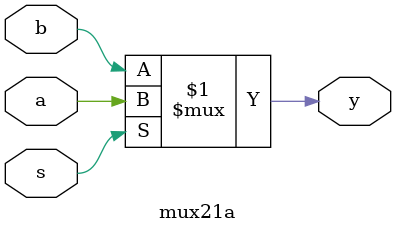
<source format=v>
`timescale 10ns / 1ns


module mux21a(y,a,b,s);
	input a,b,s;
	output y;
	assign y = (s?a:b);
endmodule

</source>
